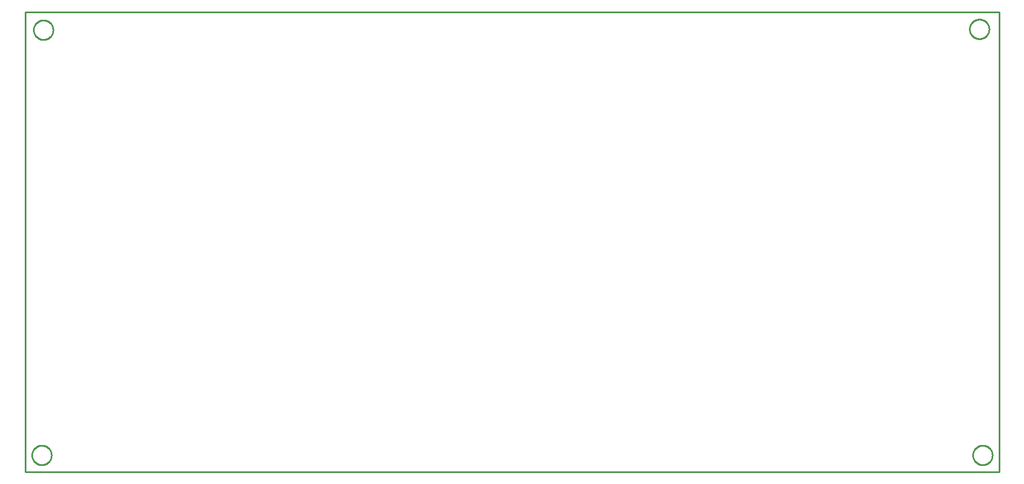
<source format=gbr>
G04 EAGLE Gerber RS-274X export*
G75*
%MOMM*%
%FSLAX34Y34*%
%LPD*%
%IN*%
%IPPOS*%
%AMOC8*
5,1,8,0,0,1.08239X$1,22.5*%
G01*
%ADD10C,0.254000*%


D10*
X0Y0D02*
X1498400Y0D01*
X1498400Y707900D01*
X0Y707900D01*
X0Y0D01*
X42940Y680184D02*
X42864Y679116D01*
X42711Y678055D01*
X42483Y677008D01*
X42181Y675980D01*
X41807Y674976D01*
X41362Y674001D01*
X40848Y673061D01*
X40269Y672160D01*
X39627Y671302D01*
X38925Y670492D01*
X38168Y669735D01*
X37358Y669033D01*
X36500Y668391D01*
X35599Y667812D01*
X34659Y667298D01*
X33684Y666853D01*
X32680Y666479D01*
X31652Y666177D01*
X30605Y665949D01*
X29544Y665796D01*
X28476Y665720D01*
X27404Y665720D01*
X26336Y665796D01*
X25275Y665949D01*
X24228Y666177D01*
X23200Y666479D01*
X22196Y666853D01*
X21221Y667298D01*
X20281Y667812D01*
X19380Y668391D01*
X18522Y669033D01*
X17712Y669735D01*
X16955Y670492D01*
X16253Y671302D01*
X15611Y672160D01*
X15032Y673061D01*
X14518Y674001D01*
X14073Y674976D01*
X13699Y675980D01*
X13397Y677008D01*
X13169Y678055D01*
X13016Y679116D01*
X12940Y680184D01*
X12940Y681256D01*
X13016Y682324D01*
X13169Y683385D01*
X13397Y684432D01*
X13699Y685460D01*
X14073Y686464D01*
X14518Y687439D01*
X15032Y688379D01*
X15611Y689280D01*
X16253Y690138D01*
X16955Y690948D01*
X17712Y691705D01*
X18522Y692407D01*
X19380Y693049D01*
X20281Y693628D01*
X21221Y694142D01*
X22196Y694587D01*
X23200Y694961D01*
X24228Y695263D01*
X25275Y695491D01*
X26336Y695644D01*
X27404Y695720D01*
X28476Y695720D01*
X29544Y695644D01*
X30605Y695491D01*
X31652Y695263D01*
X32680Y694961D01*
X33684Y694587D01*
X34659Y694142D01*
X35599Y693628D01*
X36500Y693049D01*
X37358Y692407D01*
X38168Y691705D01*
X38925Y690948D01*
X39627Y690138D01*
X40269Y689280D01*
X40848Y688379D01*
X41362Y687439D01*
X41807Y686464D01*
X42181Y685460D01*
X42483Y684432D01*
X42711Y683385D01*
X42864Y682324D01*
X42940Y681256D01*
X42940Y680184D01*
X40400Y24864D02*
X40324Y23796D01*
X40171Y22735D01*
X39943Y21688D01*
X39641Y20660D01*
X39267Y19656D01*
X38822Y18681D01*
X38308Y17741D01*
X37729Y16840D01*
X37087Y15982D01*
X36385Y15172D01*
X35628Y14415D01*
X34818Y13713D01*
X33960Y13071D01*
X33059Y12492D01*
X32119Y11978D01*
X31144Y11533D01*
X30140Y11159D01*
X29112Y10857D01*
X28065Y10629D01*
X27004Y10476D01*
X25936Y10400D01*
X24864Y10400D01*
X23796Y10476D01*
X22735Y10629D01*
X21688Y10857D01*
X20660Y11159D01*
X19656Y11533D01*
X18681Y11978D01*
X17741Y12492D01*
X16840Y13071D01*
X15982Y13713D01*
X15172Y14415D01*
X14415Y15172D01*
X13713Y15982D01*
X13071Y16840D01*
X12492Y17741D01*
X11978Y18681D01*
X11533Y19656D01*
X11159Y20660D01*
X10857Y21688D01*
X10629Y22735D01*
X10476Y23796D01*
X10400Y24864D01*
X10400Y25936D01*
X10476Y27004D01*
X10629Y28065D01*
X10857Y29112D01*
X11159Y30140D01*
X11533Y31144D01*
X11978Y32119D01*
X12492Y33059D01*
X13071Y33960D01*
X13713Y34818D01*
X14415Y35628D01*
X15172Y36385D01*
X15982Y37087D01*
X16840Y37729D01*
X17741Y38308D01*
X18681Y38822D01*
X19656Y39267D01*
X20660Y39641D01*
X21688Y39943D01*
X22735Y40171D01*
X23796Y40324D01*
X24864Y40400D01*
X25936Y40400D01*
X27004Y40324D01*
X28065Y40171D01*
X29112Y39943D01*
X30140Y39641D01*
X31144Y39267D01*
X32119Y38822D01*
X33059Y38308D01*
X33960Y37729D01*
X34818Y37087D01*
X35628Y36385D01*
X36385Y35628D01*
X37087Y34818D01*
X37729Y33960D01*
X38308Y33059D01*
X38822Y32119D01*
X39267Y31144D01*
X39641Y30140D01*
X39943Y29112D01*
X40171Y28065D01*
X40324Y27004D01*
X40400Y25936D01*
X40400Y24864D01*
X1488200Y24864D02*
X1488124Y23796D01*
X1487971Y22735D01*
X1487743Y21688D01*
X1487441Y20660D01*
X1487067Y19656D01*
X1486622Y18681D01*
X1486108Y17741D01*
X1485529Y16840D01*
X1484887Y15982D01*
X1484185Y15172D01*
X1483428Y14415D01*
X1482618Y13713D01*
X1481760Y13071D01*
X1480859Y12492D01*
X1479919Y11978D01*
X1478944Y11533D01*
X1477940Y11159D01*
X1476912Y10857D01*
X1475865Y10629D01*
X1474804Y10476D01*
X1473736Y10400D01*
X1472664Y10400D01*
X1471596Y10476D01*
X1470535Y10629D01*
X1469488Y10857D01*
X1468460Y11159D01*
X1467456Y11533D01*
X1466481Y11978D01*
X1465541Y12492D01*
X1464640Y13071D01*
X1463782Y13713D01*
X1462972Y14415D01*
X1462215Y15172D01*
X1461513Y15982D01*
X1460871Y16840D01*
X1460292Y17741D01*
X1459778Y18681D01*
X1459333Y19656D01*
X1458959Y20660D01*
X1458657Y21688D01*
X1458429Y22735D01*
X1458276Y23796D01*
X1458200Y24864D01*
X1458200Y25936D01*
X1458276Y27004D01*
X1458429Y28065D01*
X1458657Y29112D01*
X1458959Y30140D01*
X1459333Y31144D01*
X1459778Y32119D01*
X1460292Y33059D01*
X1460871Y33960D01*
X1461513Y34818D01*
X1462215Y35628D01*
X1462972Y36385D01*
X1463782Y37087D01*
X1464640Y37729D01*
X1465541Y38308D01*
X1466481Y38822D01*
X1467456Y39267D01*
X1468460Y39641D01*
X1469488Y39943D01*
X1470535Y40171D01*
X1471596Y40324D01*
X1472664Y40400D01*
X1473736Y40400D01*
X1474804Y40324D01*
X1475865Y40171D01*
X1476912Y39943D01*
X1477940Y39641D01*
X1478944Y39267D01*
X1479919Y38822D01*
X1480859Y38308D01*
X1481760Y37729D01*
X1482618Y37087D01*
X1483428Y36385D01*
X1484185Y35628D01*
X1484887Y34818D01*
X1485529Y33960D01*
X1486108Y33059D01*
X1486622Y32119D01*
X1487067Y31144D01*
X1487441Y30140D01*
X1487743Y29112D01*
X1487971Y28065D01*
X1488124Y27004D01*
X1488200Y25936D01*
X1488200Y24864D01*
X1483120Y681454D02*
X1483044Y680386D01*
X1482891Y679325D01*
X1482663Y678278D01*
X1482361Y677250D01*
X1481987Y676246D01*
X1481542Y675271D01*
X1481028Y674331D01*
X1480449Y673430D01*
X1479807Y672572D01*
X1479105Y671762D01*
X1478348Y671005D01*
X1477538Y670303D01*
X1476680Y669661D01*
X1475779Y669082D01*
X1474839Y668568D01*
X1473864Y668123D01*
X1472860Y667749D01*
X1471832Y667447D01*
X1470785Y667219D01*
X1469724Y667066D01*
X1468656Y666990D01*
X1467584Y666990D01*
X1466516Y667066D01*
X1465455Y667219D01*
X1464408Y667447D01*
X1463380Y667749D01*
X1462376Y668123D01*
X1461401Y668568D01*
X1460461Y669082D01*
X1459560Y669661D01*
X1458702Y670303D01*
X1457892Y671005D01*
X1457135Y671762D01*
X1456433Y672572D01*
X1455791Y673430D01*
X1455212Y674331D01*
X1454698Y675271D01*
X1454253Y676246D01*
X1453879Y677250D01*
X1453577Y678278D01*
X1453349Y679325D01*
X1453196Y680386D01*
X1453120Y681454D01*
X1453120Y682526D01*
X1453196Y683594D01*
X1453349Y684655D01*
X1453577Y685702D01*
X1453879Y686730D01*
X1454253Y687734D01*
X1454698Y688709D01*
X1455212Y689649D01*
X1455791Y690550D01*
X1456433Y691408D01*
X1457135Y692218D01*
X1457892Y692975D01*
X1458702Y693677D01*
X1459560Y694319D01*
X1460461Y694898D01*
X1461401Y695412D01*
X1462376Y695857D01*
X1463380Y696231D01*
X1464408Y696533D01*
X1465455Y696761D01*
X1466516Y696914D01*
X1467584Y696990D01*
X1468656Y696990D01*
X1469724Y696914D01*
X1470785Y696761D01*
X1471832Y696533D01*
X1472860Y696231D01*
X1473864Y695857D01*
X1474839Y695412D01*
X1475779Y694898D01*
X1476680Y694319D01*
X1477538Y693677D01*
X1478348Y692975D01*
X1479105Y692218D01*
X1479807Y691408D01*
X1480449Y690550D01*
X1481028Y689649D01*
X1481542Y688709D01*
X1481987Y687734D01*
X1482361Y686730D01*
X1482663Y685702D01*
X1482891Y684655D01*
X1483044Y683594D01*
X1483120Y682526D01*
X1483120Y681454D01*
M02*

</source>
